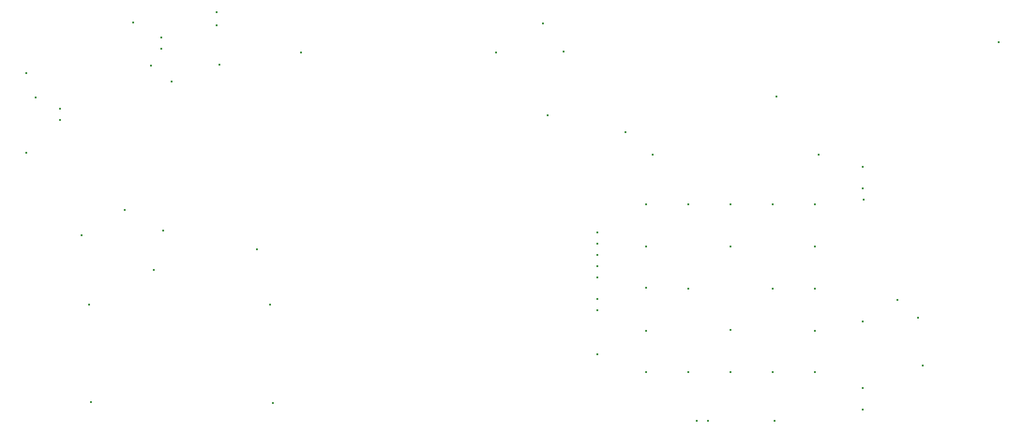
<source format=gbr>
%TF.GenerationSoftware,KiCad,Pcbnew,8.0.3*%
%TF.CreationDate,2025-01-08T01:14:57+05:30*%
%TF.ProjectId,gps,6770732e-6b69-4636-9164-5f7063625858,rev?*%
%TF.SameCoordinates,Original*%
%TF.FileFunction,Plated,3,4,Blind,Drill*%
%TF.FilePolarity,Positive*%
%FSLAX46Y46*%
G04 Gerber Fmt 4.6, Leading zero omitted, Abs format (unit mm)*
G04 Created by KiCad (PCBNEW 8.0.3) date 2025-01-08 01:14:57*
%MOMM*%
%LPD*%
G01*
G04 APERTURE LIST*
%TA.AperFunction,ViaDrill*%
%ADD10C,0.300000*%
%TD*%
G04 APERTURE END LIST*
D10*
X121320000Y-72760000D03*
X121340000Y-65590000D03*
X122210000Y-67780000D03*
X124370000Y-68770000D03*
X124380000Y-69790000D03*
X126370000Y-80200000D03*
X126980000Y-86530000D03*
X127160000Y-95310000D03*
X130240000Y-77910000D03*
X131000000Y-60970000D03*
X132560000Y-64910000D03*
X132880000Y-83330000D03*
X133500000Y-62370000D03*
X133510000Y-63410000D03*
X133710000Y-79840000D03*
X134450000Y-66340000D03*
X138490000Y-61230000D03*
X138500000Y-60070000D03*
X138790000Y-64850000D03*
X142160000Y-81500000D03*
X143390000Y-86510000D03*
X143640000Y-95370000D03*
X146150000Y-63720000D03*
X163770000Y-63730000D03*
X168010000Y-61090000D03*
X168410000Y-69350000D03*
X169810000Y-63650000D03*
X172900000Y-80010000D03*
X172900000Y-81010000D03*
X172900000Y-82010000D03*
X172900000Y-83010000D03*
X172900000Y-84010000D03*
X172900000Y-86000000D03*
X172900000Y-87000000D03*
X172900000Y-91000000D03*
X175400000Y-70890000D03*
X177292000Y-88823800D03*
X177317400Y-77419200D03*
X177317400Y-81203800D03*
X177317400Y-84988400D03*
X177317400Y-92608400D03*
X177910000Y-72940000D03*
X181102000Y-77393800D03*
X181102000Y-92608400D03*
X181127400Y-85013800D03*
X181903800Y-97009400D03*
X182905400Y-97002600D03*
X184886600Y-81203800D03*
X184912000Y-77419200D03*
X184912000Y-88747600D03*
X184912000Y-92608400D03*
X188696600Y-77393800D03*
X188696600Y-85013800D03*
X188722000Y-92608400D03*
X188899800Y-96977200D03*
X189110000Y-67660000D03*
X192506600Y-81203800D03*
X192506600Y-85013800D03*
X192506600Y-88823800D03*
X192506600Y-92608400D03*
X192532000Y-77419200D03*
X192910000Y-72970000D03*
X196900000Y-74010000D03*
X196900000Y-76010000D03*
X196900800Y-88011000D03*
X196900800Y-94005400D03*
X196900800Y-96012000D03*
X196910000Y-77010000D03*
X199974200Y-86029800D03*
X201830000Y-87680000D03*
X202320000Y-92010000D03*
X209110000Y-62780000D03*
M02*

</source>
